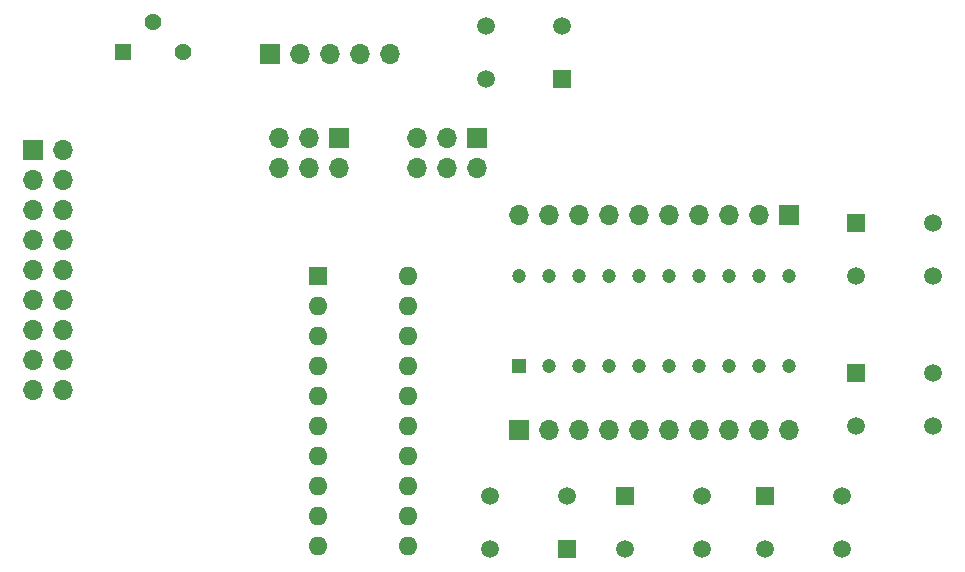
<source format=gbs>
G04 #@! TF.GenerationSoftware,KiCad,Pcbnew,(7.0.0)*
G04 #@! TF.CreationDate,2024-06-27T16:39:17-07:00*
G04 #@! TF.ProjectId,msp-debugger,6d73702d-6465-4627-9567-6765722e6b69,rev?*
G04 #@! TF.SameCoordinates,Original*
G04 #@! TF.FileFunction,Soldermask,Bot*
G04 #@! TF.FilePolarity,Negative*
%FSLAX46Y46*%
G04 Gerber Fmt 4.6, Leading zero omitted, Abs format (unit mm)*
G04 Created by KiCad (PCBNEW (7.0.0)) date 2024-06-27 16:39:17*
%MOMM*%
%LPD*%
G01*
G04 APERTURE LIST*
G04 Aperture macros list*
%AMRoundRect*
0 Rectangle with rounded corners*
0 $1 Rounding radius*
0 $2 $3 $4 $5 $6 $7 $8 $9 X,Y pos of 4 corners*
0 Add a 4 corners polygon primitive as box body*
4,1,4,$2,$3,$4,$5,$6,$7,$8,$9,$2,$3,0*
0 Add four circle primitives for the rounded corners*
1,1,$1+$1,$2,$3*
1,1,$1+$1,$4,$5*
1,1,$1+$1,$6,$7*
1,1,$1+$1,$8,$9*
0 Add four rect primitives between the rounded corners*
20,1,$1+$1,$2,$3,$4,$5,0*
20,1,$1+$1,$4,$5,$6,$7,0*
20,1,$1+$1,$6,$7,$8,$9,0*
20,1,$1+$1,$8,$9,$2,$3,0*%
G04 Aperture macros list end*
%ADD10R,1.700000X1.700000*%
%ADD11O,1.700000X1.700000*%
%ADD12R,1.508000X1.508000*%
%ADD13C,1.508000*%
%ADD14R,1.200000X1.200000*%
%ADD15C,1.200000*%
%ADD16RoundRect,0.102000X-0.611000X-0.611000X0.611000X-0.611000X0.611000X0.611000X-0.611000X0.611000X0*%
%ADD17C,1.426000*%
%ADD18R,1.600000X1.600000*%
%ADD19O,1.600000X1.600000*%
G04 APERTURE END LIST*
D10*
X148825999Y-82785999D03*
D11*
X148825999Y-85325999D03*
X146285999Y-82785999D03*
X146285999Y-85325999D03*
X143745999Y-82785999D03*
X143745999Y-85325999D03*
D12*
X161323999Y-113047999D03*
D13*
X161324000Y-117548000D03*
X167824000Y-113048000D03*
X167824000Y-117548000D03*
D10*
X131299999Y-75673999D03*
D11*
X133839999Y-75673999D03*
X136379999Y-75673999D03*
X138919999Y-75673999D03*
X141459999Y-75673999D03*
D14*
X152381999Y-102089999D03*
D15*
X154922000Y-102090000D03*
X157462000Y-102090000D03*
X160002000Y-102090000D03*
X162542000Y-102090000D03*
X165082000Y-102090000D03*
X167622000Y-102090000D03*
X170162000Y-102090000D03*
X172702000Y-102090000D03*
X175242000Y-102090000D03*
X175242000Y-94470000D03*
X172702000Y-94470000D03*
X170162000Y-94470000D03*
X167622000Y-94470000D03*
X165082000Y-94470000D03*
X162542000Y-94470000D03*
X160002000Y-94470000D03*
X157462000Y-94470000D03*
X154922000Y-94470000D03*
X152382000Y-94470000D03*
D10*
X175214999Y-89223999D03*
D11*
X172674999Y-89223999D03*
X170134999Y-89223999D03*
X167594999Y-89223999D03*
X165054999Y-89223999D03*
X162514999Y-89223999D03*
X159974999Y-89223999D03*
X157434999Y-89223999D03*
X154894999Y-89223999D03*
X152354999Y-89223999D03*
D16*
X118872000Y-75474000D03*
D17*
X121412000Y-72934000D03*
X123952000Y-75474000D03*
D10*
X152369999Y-107473999D03*
D11*
X154909999Y-107473999D03*
X157449999Y-107473999D03*
X159989999Y-107473999D03*
X162529999Y-107473999D03*
X165069999Y-107473999D03*
X167609999Y-107473999D03*
X170149999Y-107473999D03*
X172689999Y-107473999D03*
X175229999Y-107473999D03*
D10*
X137141999Y-82785999D03*
D11*
X134601999Y-82785999D03*
X132061999Y-82785999D03*
X132061999Y-85325999D03*
X134601999Y-85325999D03*
X137141999Y-85325999D03*
D10*
X111214999Y-83736999D03*
D11*
X113754999Y-83736999D03*
X111214999Y-86276999D03*
X113754999Y-86276999D03*
X111214999Y-88816999D03*
X113754999Y-88816999D03*
X111214999Y-91356999D03*
X113754999Y-91356999D03*
X111214999Y-93896999D03*
X113754999Y-93896999D03*
X111214999Y-96436999D03*
X113754999Y-96436999D03*
X111214999Y-98976999D03*
X113754999Y-98976999D03*
X111214999Y-101516999D03*
X113754999Y-101516999D03*
X111214999Y-104056999D03*
X113754999Y-104056999D03*
D12*
X180881999Y-102633999D03*
D13*
X180882000Y-107134000D03*
X187382000Y-102634000D03*
X187382000Y-107134000D03*
D12*
X180933999Y-89933999D03*
D13*
X180934000Y-94434000D03*
X187434000Y-89934000D03*
X187434000Y-94434000D03*
D12*
X173209999Y-113083999D03*
D13*
X173210000Y-117584000D03*
X179710000Y-113084000D03*
X179710000Y-117584000D03*
D18*
X135373999Y-94469999D03*
D19*
X135373999Y-97009999D03*
X135373999Y-99549999D03*
X135373999Y-102089999D03*
X135373999Y-104629999D03*
X135373999Y-107169999D03*
X135373999Y-109709999D03*
X135373999Y-112249999D03*
X135373999Y-114789999D03*
X135373999Y-117329999D03*
X142993999Y-117329999D03*
X142993999Y-114789999D03*
X142993999Y-112249999D03*
X142993999Y-109709999D03*
X142993999Y-107169999D03*
X142993999Y-104629999D03*
X142993999Y-102089999D03*
X142993999Y-99549999D03*
X142993999Y-97009999D03*
X142993999Y-94469999D03*
D12*
X156039999Y-77723999D03*
D13*
X156040000Y-73224000D03*
X149540000Y-77724000D03*
X149540000Y-73224000D03*
D12*
X156393999Y-117547999D03*
D13*
X156394000Y-113048000D03*
X149894000Y-117548000D03*
X149894000Y-113048000D03*
M02*

</source>
